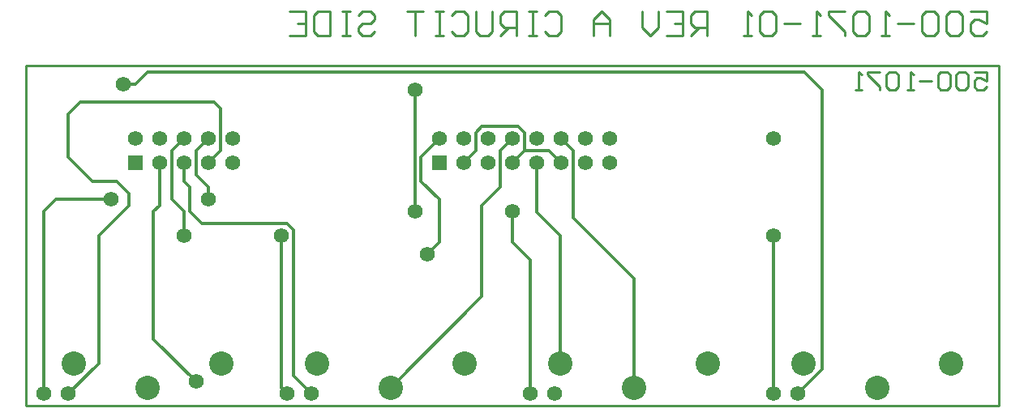
<source format=gbl>
%FSLAX24Y24*%
%MOIN*%
G70*
G01*
G75*
G04 Layer_Physical_Order=2*
G04 Layer_Color=16711680*
%ADD10C,0.0120*%
%ADD11C,0.0100*%
%ADD12C,0.1000*%
%ADD13C,0.0620*%
%ADD14R,0.0620X0.0620*%
D10*
X32500Y17750D02*
X35000Y15250D01*
X15250Y12750D02*
X17000Y11000D01*
X42000Y23750D02*
X42750Y23000D01*
X32000Y21000D02*
X32500Y20500D01*
X31500D02*
X32000Y20000D01*
X31000Y17968D02*
X31969Y17000D01*
X30250Y21500D02*
X30500Y21250D01*
X30000Y16750D02*
X30750Y16000D01*
X26250Y19250D02*
X27000Y18500D01*
X20500Y10750D02*
X20750Y10500D01*
Y17500D02*
X21000Y17250D01*
Y11250D02*
X21750Y10500D01*
X17750Y22500D02*
X18000Y22250D01*
X16000Y18500D02*
X16500Y18000D01*
Y19250D02*
X16750Y19000D01*
X17000Y19500D02*
X17500Y19000D01*
X16750Y18000D02*
X17250Y17500D01*
X13750Y19250D02*
X14250Y18750D01*
X11750Y20250D02*
X12750Y19250D01*
X25000Y10750D02*
X28750Y14500D01*
X13000Y17000D02*
X14250Y18250D01*
X11750Y10500D02*
X13000Y11750D01*
X41750Y10500D02*
X42750Y11500D01*
X30000Y20000D02*
X30500Y20500D01*
X29500D02*
X30000Y21000D01*
Y20000D02*
X30500Y20500D01*
X28000Y20000D02*
X28500Y20500D01*
X28750Y18250D02*
X29500Y19000D01*
X28500Y21250D02*
X28750Y21500D01*
X26500Y16250D02*
X27000Y16750D01*
X26250Y20250D02*
X27000Y21000D01*
X16000Y20500D02*
X16500Y21000D01*
X17500Y20000D02*
X18000Y20500D01*
X17000D02*
X17500Y21000D01*
X14500Y23250D02*
X15000Y23750D01*
X15250Y18000D02*
X15500Y18250D01*
X11750Y22000D02*
X12250Y22500D01*
X10750Y18000D02*
X11250Y18500D01*
X42750Y11500D02*
Y23000D01*
X40750Y10500D02*
Y17000D01*
X35000Y10750D02*
Y15250D01*
X31969Y11734D02*
Y17000D01*
X32500Y17750D02*
Y20500D01*
X30000Y16750D02*
Y18000D01*
X29500Y19000D02*
Y20500D01*
X31000Y17968D02*
Y20000D01*
X30500Y20500D02*
Y21250D01*
X30750Y10500D02*
Y16000D01*
X28750Y14500D02*
Y18250D01*
X28500Y20500D02*
Y21250D01*
X26000Y18000D02*
Y23000D01*
X26250Y19250D02*
Y20250D01*
X27000Y16750D02*
Y18500D01*
X20500Y10750D02*
Y17000D01*
X21000Y11250D02*
Y17250D01*
X18000Y20500D02*
Y22250D01*
X16000Y18500D02*
Y20500D01*
X16500Y17000D02*
Y18000D01*
Y19250D02*
Y20000D01*
X17000Y19500D02*
Y20500D01*
X17500Y18500D02*
Y19000D01*
X16750Y18000D02*
Y19000D01*
X14250Y18250D02*
Y18750D01*
X15250Y12750D02*
Y18000D01*
X15500Y18250D02*
Y20000D01*
X11750Y20250D02*
Y22000D01*
X13000Y11750D02*
Y17000D01*
X10750Y10500D02*
Y18000D01*
X15000Y23750D02*
X42000D01*
X12250Y22500D02*
X17750D01*
X14000Y23250D02*
X14500D01*
X30500Y20500D02*
X31500D01*
X28750Y21500D02*
X30250D01*
X11250Y18500D02*
X13500D01*
X12750Y19250D02*
X13750D01*
X17250Y17500D02*
X20750D01*
D11*
X49000Y23750D02*
X49500D01*
Y23375D01*
X49250Y23500D01*
X49125D01*
X49000Y23375D01*
Y23125D01*
X49125Y23000D01*
X49375D01*
X49500Y23125D01*
X48750Y23625D02*
X48625Y23750D01*
X48375D01*
X48250Y23625D01*
Y23125D01*
X48375Y23000D01*
X48625D01*
X48750Y23125D01*
Y23625D01*
X48000D02*
X47876Y23750D01*
X47626D01*
X47501Y23625D01*
Y23125D01*
X47626Y23000D01*
X47876D01*
X48000Y23125D01*
Y23625D01*
X47251Y23375D02*
X46751D01*
X46501Y23000D02*
X46251D01*
X46376D01*
Y23750D01*
X46501Y23625D01*
X45876D02*
X45751Y23750D01*
X45501D01*
X45376Y23625D01*
Y23125D01*
X45501Y23000D01*
X45751D01*
X45876Y23125D01*
Y23625D01*
X45126Y23750D02*
X44627D01*
Y23625D01*
X45126Y23125D01*
Y23000D01*
X44377D02*
X44127D01*
X44252D01*
Y23750D01*
X44377Y23625D01*
X48834Y26250D02*
X49500D01*
Y25750D01*
X49167Y25916D01*
X49000D01*
X48834Y25750D01*
Y25417D01*
X49000Y25250D01*
X49333D01*
X49500Y25417D01*
X48500Y26083D02*
X48334Y26250D01*
X48000D01*
X47834Y26083D01*
Y25417D01*
X48000Y25250D01*
X48334D01*
X48500Y25417D01*
Y26083D01*
X47501D02*
X47334Y26250D01*
X47001D01*
X46834Y26083D01*
Y25417D01*
X47001Y25250D01*
X47334D01*
X47501Y25417D01*
Y26083D01*
X46501Y25750D02*
X45835D01*
X45501Y25250D02*
X45168D01*
X45335D01*
Y26250D01*
X45501Y26083D01*
X44668D02*
X44502Y26250D01*
X44168D01*
X44002Y26083D01*
Y25417D01*
X44168Y25250D01*
X44502D01*
X44668Y25417D01*
Y26083D01*
X43669Y26250D02*
X43002D01*
Y26083D01*
X43669Y25417D01*
Y25250D01*
X42669D02*
X42336D01*
X42502D01*
Y26250D01*
X42669Y26083D01*
X41836Y25750D02*
X41169D01*
X40836Y26083D02*
X40670Y26250D01*
X40336D01*
X40170Y26083D01*
Y25417D01*
X40336Y25250D01*
X40670D01*
X40836Y25417D01*
Y26083D01*
X39836Y25250D02*
X39503D01*
X39670D01*
Y26250D01*
X39836Y26083D01*
X38004Y25250D02*
Y26250D01*
X37504D01*
X37337Y26083D01*
Y25750D01*
X37504Y25583D01*
X38004D01*
X37670D02*
X37337Y25250D01*
X36338Y26250D02*
X37004D01*
Y25250D01*
X36338D01*
X37004Y25750D02*
X36671D01*
X36004Y26250D02*
Y25583D01*
X35671Y25250D01*
X35338Y25583D01*
Y26250D01*
X34005Y25250D02*
Y25916D01*
X33672Y26250D01*
X33339Y25916D01*
Y25250D01*
Y25750D01*
X34005D01*
X31339Y26083D02*
X31506Y26250D01*
X31839D01*
X32006Y26083D01*
Y25417D01*
X31839Y25250D01*
X31506D01*
X31339Y25417D01*
X31006Y26250D02*
X30673D01*
X30839D01*
Y25250D01*
X31006D01*
X30673D01*
X30173D02*
Y26250D01*
X29673D01*
X29506Y26083D01*
Y25750D01*
X29673Y25583D01*
X30173D01*
X29840D02*
X29506Y25250D01*
X29173Y26250D02*
Y25417D01*
X29007Y25250D01*
X28673D01*
X28507Y25417D01*
Y26250D01*
X27507Y26083D02*
X27674Y26250D01*
X28007D01*
X28174Y26083D01*
Y25417D01*
X28007Y25250D01*
X27674D01*
X27507Y25417D01*
X27174Y26250D02*
X26841D01*
X27007D01*
Y25250D01*
X27174D01*
X26841D01*
X26341Y26250D02*
X25674D01*
X26008D01*
Y25250D01*
X23675Y26083D02*
X23842Y26250D01*
X24175D01*
X24341Y26083D01*
Y25916D01*
X24175Y25750D01*
X23842D01*
X23675Y25583D01*
Y25417D01*
X23842Y25250D01*
X24175D01*
X24341Y25417D01*
X23342Y26250D02*
X23009D01*
X23175D01*
Y25250D01*
X23342D01*
X23009D01*
X22509Y26250D02*
Y25250D01*
X22009D01*
X21842Y25417D01*
Y26083D01*
X22009Y26250D01*
X22509D01*
X20843D02*
X21509D01*
Y25250D01*
X20843D01*
X21509Y25750D02*
X21176D01*
X10000Y10000D02*
Y24000D01*
X50000Y10000D02*
Y24000D01*
X10000D02*
X50000D01*
X10000Y10000D02*
X50000D01*
D12*
X45000Y10750D02*
D03*
X41968Y11734D02*
D03*
X48032D02*
D03*
X35000Y10750D02*
D03*
X31969Y11734D02*
D03*
X38031D02*
D03*
X25000Y10750D02*
D03*
X21969Y11734D02*
D03*
X28031D02*
D03*
X15000Y10750D02*
D03*
X11968Y11734D02*
D03*
X18032D02*
D03*
D13*
X11750Y10500D02*
D03*
X10750D02*
D03*
X13500Y18500D02*
D03*
X17500D02*
D03*
Y21000D02*
D03*
X14500D02*
D03*
X15500Y20000D02*
D03*
Y21000D02*
D03*
X16500Y20000D02*
D03*
Y21000D02*
D03*
X17500Y20000D02*
D03*
X18500D02*
D03*
Y21000D02*
D03*
X21750Y10500D02*
D03*
X20750D02*
D03*
X27000Y21000D02*
D03*
X28000Y20000D02*
D03*
Y21000D02*
D03*
X29000Y20000D02*
D03*
Y21000D02*
D03*
X30000Y20000D02*
D03*
Y21000D02*
D03*
X31000Y20000D02*
D03*
Y21000D02*
D03*
X32000Y20000D02*
D03*
Y21000D02*
D03*
X33000Y20000D02*
D03*
Y21000D02*
D03*
X34000Y20000D02*
D03*
Y21000D02*
D03*
X30000Y18000D02*
D03*
X26000D02*
D03*
X20500Y17000D02*
D03*
X16500D02*
D03*
X31750Y10500D02*
D03*
X30750D02*
D03*
X41750D02*
D03*
X40750D02*
D03*
Y17000D02*
D03*
Y21000D02*
D03*
X26000Y23000D02*
D03*
X26500Y16250D02*
D03*
X17000Y11000D02*
D03*
X14000Y23250D02*
D03*
D14*
X14500Y20000D02*
D03*
X27000D02*
D03*
M02*

</source>
